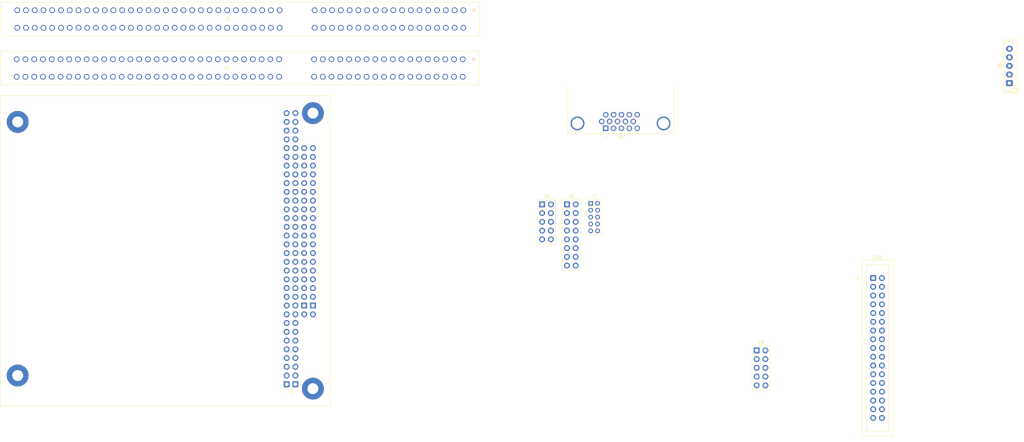
<source format=kicad_pcb>
(kicad_pcb (version 20221018) (generator pcbnew)
  (title_block (title "Keycomp 80386 to PC104"))
  (layers (0 "F.Cu" signal) (31 "B.Cu" signal) (34 "B.Paste" user) (35 "F.Paste" user) (36 "B.SilkS" user "B.Silkscreen") (37 "F.SilkS" user "F.Silkscreen") (38 "B.Mask" user) (39 "F.Mask" user) (44 "Edge.Cuts" user))
  (net 0 "")
  (net 3 "~{IOCHK}")
  (net 4 "SD7")
  (net 5 "SD6")
  (net 6 "SD5")
  (net 7 "SD4")
  (net 8 "SD3")
  (net 9 "SD2")
  (net 10 "SD1")
  (net 11 "SD0")
  (net 12 "IOCHRDY")
  (net 13 "AEN")
  (net 14 "SA19")
  (net 15 "SA18")
  (net 16 "SA17")
  (net 17 "SA16")
  (net 18 "SA15")
  (net 19 "SA14")
  (net 20 "SA13")
  (net 21 "SA12")
  (net 22 "SA11")
  (net 23 "SA10")
  (net 24 "SA9")
  (net 25 "SA8")
  (net 26 "SA7")
  (net 27 "SA6")
  (net 28 "SA5")
  (net 29 "SA4")
  (net 30 "SA3")
  (net 31 "SA2")
  (net 32 "SA1")
  (net 33 "SA0")
  (net 34 "GND")
  (net 35 "RESET")
  (net 36 "+5V")
  (net 37 "IRQ9")
  (net 38 "-5V")
  (net 39 "DRQ2")
  (net 40 "-12V")
  (net 41 "~{SRDY}")
  (net 42 "+12V")
  (net 43 "~{SMEMW}")
  (net 44 "~{SMEMR}")
  (net 45 "~{IOW}")
  (net 46 "~{IOR}")
  (net 47 "~{DACK3}")
  (net 48 "DRQ3")
  (net 49 "~{DACK1}")
  (net 50 "DRQ1")
  (net 51 "~{REFRESH}")
  (net 52 "BCLK")
  (net 53 "IRQ7")
  (net 54 "IRQ6")
  (net 55 "IRQ5")
  (net 56 "IRQ4")
  (net 57 "IRQ3")
  (net 58 "~{DACK2}")
  (net 59 "TC")
  (net 60 "BALE")
  (net 61 "OSC")
  (net 62 "~{SBHE}")
  (net 63 "LA23")
  (net 64 "LA22")
  (net 65 "LA21")
  (net 66 "LA20")
  (net 67 "LA19")
  (net 68 "LA18")
  (net 69 "LA17")
  (net 70 "~{MEMR}")
  (net 71 "~{MEMW}")
  (net 72 "SD8")
  (net 73 "SD9")
  (net 74 "SD10")
  (net 75 "SD11")
  (net 76 "SD12")
  (net 77 "SD13")
  (net 78 "SD14")
  (net 79 "SD15")
  (net 80 "~{MEMCS16}")
  (net 81 "~{IOC16}")
  (net 82 "IRQ10")
  (net 83 "IRQ11")
  (net 84 "IRQ12")
  (net 85 "IRQ15")
  (net 86 "IRQ14")
  (net 87 "~{DACK0}")
  (net 88 "DRQ0")
  (net 89 "~{DACK5}")
  (net 90 "DRQ5")
  (net 91 "~{DACK6}")
  (net 92 "DRQ6")
  (net 93 "~{DACK7}")
  (net 94 "DRQ7")
  (net 95 "~{MASTER}")
  (net 103 "/IO ports/VGA_RED")
  (net 104 "/IO ports/VGA_GREEN")
  (net 105 "/IO ports/VGA_BLUE")
  (net 110 "/IO ports/VGA_SDA")
  (net 111 "/IO ports/VGA_HSYNC")
  (net 112 "/IO ports/VGA_VSYNC")
  (net 113 "/IO ports/VGA_SCL")
  (net 122 "/IO ports/KB_CLK")
  (net 123 "/IO ports/KB_DATA")
  (net 129 "/IO ports/FDD_DENSEL")
  (net 132 "/IO ports/FDD_~{INDEX}")
  (net 133 "/IO ports/FDD_~{MTR0}")
  (net 134 "/IO ports/FDD_~{DS1}")
  (net 135 "/IO ports/FDD_~{DS0}")
  (net 136 "/IO ports/FDD_~{MTR1}")
  (net 137 "/IO ports/FDD_~{DIR}")
  (net 138 "/IO ports/FDD_~{STEP}")
  (net 139 "/IO ports/FDD_~{WDATA}")
  (net 140 "/IO ports/FDD_~{WGATE}")
  (net 141 "/IO ports/FDD_~{TRK00}")
  (net 142 "/IO ports/FDD_~{WRTPRT}")
  (net 143 "/IO ports/FDD_~{RDATA}")
  (net 144 "/IO ports/FDD_~{HDSEL}")
  (net 145 "/IO ports/FDD_~{DSKCHG}")
  (net 146 "/IO ports/RTC_BATTERY")
  (net 147 "/IO ports/MOUSE_CLK")
  (net 148 "/IO ports/MOUSE_DATA")
  (footprint "Connector_Dsub:DSUB-15-HD_Female_Horizontal_P2.29x1.98mm_EdgePinOffset8.35mm_Housed_MountingHolesOffset10.89mm" (layer "F.Cu") (at 276.65 91.909338 180)
    (fp_text reference "J4" (at -4.315 -2.58) (layer "F.SilkS"))
    (fp_text value "VGA")
    (pad "0" thru_hole circle (at -16.815 1.42 180) (size 4 4) (drill 3.2) (layers "*.Cu" "*.Mask") (net 34 "GND"))
    (pad "0" thru_hole circle (at 8.185 1.42 180) (size 4 4) (drill 3.2) (layers "*.Cu" "*.Mask") (net 34 "GND"))
    (pad "1" thru_hole rect (at 0 0 180) (size 1.6 1.6) (drill 1) (layers "*.Cu" "*.Mask") (net 103 "/IO ports/VGA_RED"))
    (pad "2" thru_hole circle (at -2.29 0 180) (size 1.6 1.6) (drill 1) (layers "*.Cu" "*.Mask") (net 104 "/IO ports/VGA_GREEN"))
    (pad "3" thru_hole circle (at -4.58 0 180) (size 1.6 1.6) (drill 1) (layers "*.Cu" "*.Mask") (net 105 "/IO ports/VGA_BLUE"))
    (pad "4" thru_hole circle (at -6.87 0 180) (size 1.6 1.6) (drill 1) (layers "*.Cu" "*.Mask"))
    (pad "5" thru_hole circle (at -9.16 0 180) (size 1.6 1.6) (drill 1) (layers "*.Cu" "*.Mask") (net 34 "GND"))
    (pad "6" thru_hole circle (at 1.145 1.98 180) (size 1.6 1.6) (drill 1) (layers "*.Cu" "*.Mask") (net 34 "GND"))
    (pad "7" thru_hole circle (at -1.145 1.98 180) (size 1.6 1.6) (drill 1) (layers "*.Cu" "*.Mask") (net 34 "GND"))
    (pad "8" thru_hole circle (at -3.435 1.98 180) (size 1.6 1.6) (drill 1) (layers "*.Cu" "*.Mask") (net 34 "GND"))
    (pad "9" thru_hole circle (at -5.725 1.98 180) (size 1.6 1.6) (drill 1) (layers "*.Cu" "*.Mask"))
    (pad "10" thru_hole circle (at -8.015 1.98 180) (size 1.6 1.6) (drill 1) (layers "*.Cu" "*.Mask") (net 34 "GND"))
    (pad "11" thru_hole circle (at 0 3.96 180) (size 1.6 1.6) (drill 1) (layers "*.Cu" "*.Mask"))
    (pad "12" thru_hole circle (at -2.29 3.96 180) (size 1.6 1.6) (drill 1) (layers "*.Cu" "*.Mask") (net 110 "/IO ports/VGA_SDA"))
    (pad "13" thru_hole circle (at -4.58 3.96 180) (size 1.6 1.6) (drill 1) (layers "*.Cu" "*.Mask") (net 111 "/IO ports/VGA_HSYNC"))
    (pad "14" thru_hole circle (at -6.87 3.96 180) (size 1.6 1.6) (drill 1) (layers "*.Cu" "*.Mask") (net 112 "/IO ports/VGA_VSYNC"))
    (pad "15" thru_hole circle (at -9.16 3.96 180) (size 1.6 1.6) (drill 1) (layers "*.Cu" "*.Mask") (net 113 "/IO ports/VGA_SCL"))
  )
  (footprint "Connector_JST:JST_EH_B5B-EH-A_1x05_P2.50mm_Vertical" (layer "F.Cu") (at 393.9 78.8 90)
    (fp_text reference "J8" (at 5 -2.8 90) (layer "F.SilkS"))
    (fp_text value "KEYBOARD")
    (pad "1" thru_hole roundrect (at 0 0 90) (size 1.7 1.95) (drill 0.95) (layers "*.Cu" "*.Mask") (roundrect_rratio 0.147059) (net 122 "/IO ports/KB_CLK"))
    (pad "2" thru_hole oval (at 2.5 0 90) (size 1.7 1.95) (drill 0.95) (layers "*.Cu" "*.Mask") (net 123 "/IO ports/KB_DATA"))
    (pad "3" thru_hole oval (at 5 0 90) (size 1.7 1.95) (drill 0.95) (layers "*.Cu" "*.Mask") (net 34 "GND"))
    (pad "4" thru_hole oval (at 7.5 0 90) (size 1.7 1.95) (drill 0.95) (layers "*.Cu" "*.Mask") (net 36 "+5V"))
    (pad "5" thru_hole oval (at 10 0 90) (size 1.7 1.95) (drill 0.95) (layers "*.Cu" "*.Mask"))
  )
  (footprint "Connector_PinHeader_2.54mm:PinHeader_2x08_P2.54mm_Vertical" (layer "F.Cu") (at 265.4 114)
    (fp_text reference "J5" (at 1.27 -2.33) (layer "F.SilkS"))
    (fp_text value "VGA_PCM")
    (pad "1" thru_hole rect (at 0 0) (size 1.7 1.7) (drill 1) (layers "*.Cu" "*.Mask") (net 103 "/IO ports/VGA_RED"))
    (pad "2" thru_hole oval (at 2.54 0) (size 1.7 1.7) (drill 1) (layers "*.Cu" "*.Mask"))
    (pad "3" thru_hole oval (at 0 2.54) (size 1.7 1.7) (drill 1) (layers "*.Cu" "*.Mask") (net 104 "/IO ports/VGA_GREEN"))
    (pad "4" thru_hole oval (at 2.54 2.54) (size 1.7 1.7) (drill 1) (layers "*.Cu" "*.Mask") (net 34 "GND"))
    (pad "5" thru_hole oval (at 0 5.08) (size 1.7 1.7) (drill 1) (layers "*.Cu" "*.Mask") (net 105 "/IO ports/VGA_BLUE"))
    (pad "6" thru_hole oval (at 2.54 5.08) (size 1.7 1.7) (drill 1) (layers "*.Cu" "*.Mask"))
    (pad "7" thru_hole oval (at 0 7.62) (size 1.7 1.7) (drill 1) (layers "*.Cu" "*.Mask"))
    (pad "8" thru_hole oval (at 2.54 7.62) (size 1.7 1.7) (drill 1) (layers "*.Cu" "*.Mask"))
    (pad "9" thru_hole oval (at 0 10.16) (size 1.7 1.7) (drill 1) (layers "*.Cu" "*.Mask") (net 34 "GND"))
    (pad "10" thru_hole oval (at 2.54 10.16) (size 1.7 1.7) (drill 1) (layers "*.Cu" "*.Mask") (net 111 "/IO ports/VGA_HSYNC"))
    (pad "11" thru_hole oval (at 0 12.7) (size 1.7 1.7) (drill 1) (layers "*.Cu" "*.Mask") (net 34 "GND"))
    (pad "12" thru_hole oval (at 2.54 12.7) (size 1.7 1.7) (drill 1) (layers "*.Cu" "*.Mask") (net 112 "/IO ports/VGA_VSYNC"))
    (pad "13" thru_hole oval (at 0 15.24) (size 1.7 1.7) (drill 1) (layers "*.Cu" "*.Mask") (net 34 "GND"))
    (pad "14" thru_hole oval (at 2.54 15.24) (size 1.7 1.7) (drill 1) (layers "*.Cu" "*.Mask"))
    (pad "15" thru_hole oval (at 0 17.78) (size 1.7 1.7) (drill 1) (layers "*.Cu" "*.Mask") (net 34 "GND"))
    (pad "16" thru_hole oval (at 2.54 17.78) (size 1.7 1.7) (drill 1) (layers "*.Cu" "*.Mask"))
  )
  (footprint "local:EBC49DCWN-S420" (layer "F.Cu") (at 105.601 76.941)
    (fp_text reference "J2" (at 60.96 -2.54) (layer "F.SilkS"))
    (fp_text value "Bus_ISA_16bit")
    (fp_text user "*" (at -1.27 0) (layer "F.SilkS"))
    (pad "1" thru_hole circle (at 0 0) (size 1.651 1.651) (drill 1.143) (layers "*.Cu" "*.Mask"))
    (pad "2" thru_hole circle (at 2.54 0) (size 1.651 1.651) (drill 1.143) (layers "*.Cu" "*.Mask") (net 35 "RESET"))
    (pad "3" thru_hole circle (at 5.08 0) (size 1.651 1.651) (drill 1.143) (layers "*.Cu" "*.Mask") (net 36 "+5V"))
    (pad "4" thru_hole circle (at 7.62 0) (size 1.651 1.651) (drill 1.143) (layers "*.Cu" "*.Mask") (net 37 "IRQ9"))
    (pad "5" thru_hole circle (at 10.16 0) (size 1.651 1.651) (drill 1.143) (layers "*.Cu" "*.Mask") (net 38 "-5V"))
    (pad "6" thru_hole circle (at 12.7 0) (size 1.651 1.651) (drill 1.143) (layers "*.Cu" "*.Mask") (net 39 "DRQ2"))
    (pad "7" thru_hole circle (at 15.24 0) (size 1.651 1.651) (drill 1.143) (layers "*.Cu" "*.Mask") (net 40 "-12V"))
    (pad "8" thru_hole circle (at 17.78 0) (size 1.651 1.651) (drill 1.143) (layers "*.Cu" "*.Mask"))
    (pad "9" thru_hole circle (at 20.32 0) (size 1.651 1.651) (drill 1.143) (layers "*.Cu" "*.Mask") (net 42 "+12V"))
    (pad "10" thru_hole circle (at 22.86 0) (size 1.651 1.651) (drill 1.143) (layers "*.Cu" "*.Mask"))
    (pad "11" thru_hole circle (at 25.4 0) (size 1.651 1.651) (drill 1.143) (layers "*.Cu" "*.Mask") (net 43 "~{SMEMW}"))
    (pad "12" thru_hole circle (at 27.94 0) (size 1.651 1.651) (drill 1.143) (layers "*.Cu" "*.Mask") (net 44 "~{SMEMR}"))
    (pad "13" thru_hole circle (at 30.48 0) (size 1.651 1.651) (drill 1.143) (layers "*.Cu" "*.Mask") (net 45 "~{IOW}"))
    (pad "14" thru_hole circle (at 33.02 0) (size 1.651 1.651) (drill 1.143) (layers "*.Cu" "*.Mask") (net 46 "~{IOR}"))
    (pad "15" thru_hole circle (at 35.56 0) (size 1.651 1.651) (drill 1.143) (layers "*.Cu" "*.Mask") (net 47 "~{DACK3}"))
    (pad "16" thru_hole circle (at 38.1 0) (size 1.651 1.651) (drill 1.143) (layers "*.Cu" "*.Mask") (net 48 "DRQ3"))
    (pad "17" thru_hole circle (at 40.64 0) (size 1.651 1.651) (drill 1.143) (layers "*.Cu" "*.Mask") (net 49 "~{DACK1}"))
    (pad "18" thru_hole circle (at 43.18 0) (size 1.651 1.651) (drill 1.143) (layers "*.Cu" "*.Mask") (net 50 "DRQ1"))
    (pad "19" thru_hole circle (at 45.72 0) (size 1.651 1.651) (drill 1.143) (layers "*.Cu" "*.Mask") (net 51 "~{REFRESH}"))
    (pad "20" thru_hole circle (at 48.26 0) (size 1.651 1.651) (drill 1.143) (layers "*.Cu" "*.Mask") (net 52 "BCLK"))
    (pad "21" thru_hole circle (at 50.8 0) (size 1.651 1.651) (drill 1.143) (layers "*.Cu" "*.Mask") (net 53 "IRQ7"))
    (pad "22" thru_hole circle (at 53.34 0) (size 1.651 1.651) (drill 1.143) (layers "*.Cu" "*.Mask") (net 54 "IRQ6"))
    (pad "23" thru_hole circle (at 55.88 0) (size 1.651 1.651) (drill 1.143) (layers "*.Cu" "*.Mask") (net 55 "IRQ5"))
    (pad "24" thru_hole circle (at 58.42 0) (size 1.651 1.651) (drill 1.143) (layers "*.Cu" "*.Mask") (net 56 "IRQ4"))
    (pad "25" thru_hole circle (at 60.96 0) (size 1.651 1.651) (drill 1.143) (layers "*.Cu" "*.Mask") (net 57 "IRQ3"))
    (pad "26" thru_hole circle (at 63.5 0) (size 1.651 1.651) (drill 1.143) (layers "*.Cu" "*.Mask") (net 58 "~{DACK2}"))
    (pad "27" thru_hole circle (at 66.04 0) (size 1.651 1.651) (drill 1.143) (layers "*.Cu" "*.Mask") (net 59 "TC"))
    (pad "28" thru_hole circle (at 68.58 0) (size 1.651 1.651) (drill 1.143) (layers "*.Cu" "*.Mask") (net 60 "BALE"))
    (pad "29" thru_hole circle (at 71.12 0) (size 1.651 1.651) (drill 1.143) (layers "*.Cu" "*.Mask") (net 36 "+5V"))
    (pad "30" thru_hole circle (at 73.66 0) (size 1.651 1.651) (drill 1.143) (layers "*.Cu" "*.Mask") (net 61 "OSC"))
    (pad "31" thru_hole circle (at 76.2 0) (size 1.651 1.651) (drill 1.143) (layers "*.Cu" "*.Mask") (net 34 "GND"))
    (pad "32" thru_hole circle (at 0 -5.08) (size 1.651 1.651) (drill 1.143) (layers "*.Cu" "*.Mask") (net 3 "~{IOCHK}"))
    (pad "33" thru_hole circle (at 2.54 -5.08) (size 1.651 1.651) (drill 1.143) (layers "*.Cu" "*.Mask") (net 4 "SD7"))
    (pad "34" thru_hole circle (at 5.08 -5.08) (size 1.651 1.651) (drill 1.143) (layers "*.Cu" "*.Mask") (net 5 "SD6"))
    (pad "35" thru_hole circle (at 7.62 -5.08) (size 1.651 1.651) (drill 1.143) (layers "*.Cu" "*.Mask") (net 6 "SD5"))
    (pad "36" thru_hole circle (at 10.16 -5.08) (size 1.651 1.651) (drill 1.143) (layers "*.Cu" "*.Mask") (net 7 "SD4"))
    (pad "37" thru_hole circle (at 12.7 -5.08) (size 1.651 1.651) (drill 1.143) (layers "*.Cu" "*.Mask") (net 8 "SD3"))
    (pad "38" thru_hole circle (at 15.24 -5.08) (size 1.651 1.651) (drill 1.143) (layers "*.Cu" "*.Mask") (net 9 "SD2"))
    (pad "39" thru_hole circle (at 17.78 -5.08) (size 1.651 1.651) (drill 1.143) (layers "*.Cu" "*.Mask") (net 10 "SD1"))
    (pad "40" thru_hole circle (at 20.32 -5.08) (size 1.651 1.651) (drill 1.143) (layers "*.Cu" "*.Mask") (net 11 "SD0"))
    (pad "41" thru_hole circle (at 22.86 -5.08) (size 1.651 1.651) (drill 1.143) (layers "*.Cu" "*.Mask") (net 12 "IOCHRDY"))
    (pad "42" thru_hole circle (at 25.4 -5.08) (size 1.651 1.651) (drill 1.143) (layers "*.Cu" "*.Mask") (net 13 "AEN"))
    (pad "43" thru_hole circle (at 27.94 -5.08) (size 1.651 1.651) (drill 1.143) (layers "*.Cu" "*.Mask") (net 14 "SA19"))
    (pad "44" thru_hole circle (at 30.48 -5.08) (size 1.651 1.651) (drill 1.143) (layers "*.Cu" "*.Mask") (net 15 "SA18"))
    (pad "45" thru_hole circle (at 33.02 -5.08) (size 1.651 1.651) (drill 1.143) (layers "*.Cu" "*.Mask") (net 16 "SA17"))
    (pad "46" thru_hole circle (at 35.56 -5.08) (size 1.651 1.651) (drill 1.143) (layers "*.Cu" "*.Mask") (net 17 "SA16"))
    (pad "47" thru_hole circle (at 38.1 -5.08) (size 1.651 1.651) (drill 1.143) (layers "*.Cu" "*.Mask") (net 18 "SA15"))
    (pad "48" thru_hole circle (at 40.64 -5.08) (size 1.651 1.651) (drill 1.143) (layers "*.Cu" "*.Mask") (net 19 "SA14"))
    (pad "49" thru_hole circle (at 43.18 -5.08) (size 1.651 1.651) (drill 1.143) (layers "*.Cu" "*.Mask") (net 20 "SA13"))
    (pad "50" thru_hole circle (at 45.72 -5.08) (size 1.651 1.651) (drill 1.143) (layers "*.Cu" "*.Mask") (net 21 "SA12"))
    (pad "51" thru_hole circle (at 48.26 -5.08) (size 1.651 1.651) (drill 1.143) (layers "*.Cu" "*.Mask") (net 22 "SA11"))
    (pad "52" thru_hole circle (at 50.8 -5.08) (size 1.651 1.651) (drill 1.143) (layers "*.Cu" "*.Mask") (net 23 "SA10"))
    (pad "53" thru_hole circle (at 53.34 -5.08) (size 1.651 1.651) (drill 1.143) (layers "*.Cu" "*.Mask") (net 24 "SA9"))
    (pad "54" thru_hole circle (at 55.88 -5.08) (size 1.651 1.651) (drill 1.143) (layers "*.Cu" "*.Mask") (net 25 "SA8"))
    (pad "55" thru_hole circle (at 58.42 -5.08) (size 1.651 1.651) (drill 1.143) (layers "*.Cu" "*.Mask") (net 26 "SA7"))
    (pad "56" thru_hole circle (at 60.96 -5.08) (size 1.651 1.651) (drill 1.143) (layers "*.Cu" "*.Mask") (net 27 "SA6"))
    (pad "57" thru_hole circle (at 63.5 -5.08) (size 1.651 1.651) (drill 1.143) (layers "*.Cu" "*.Mask") (net 28 "SA5"))
    (pad "58" thru_hole circle (at 66.04 -5.08) (size 1.651 1.651) (drill 1.143) (layers "*.Cu" "*.Mask") (net 29 "SA4"))
    (pad "59" thru_hole circle (at 68.58 -5.08) (size 1.651 1.651) (drill 1.143) (layers "*.Cu" "*.Mask") (net 30 "SA3"))
    (pad "60" thru_hole circle (at 71.12 -5.08) (size 1.651 1.651) (drill 1.143) (layers "*.Cu" "*.Mask") (net 31 "SA2"))
    (pad "61" thru_hole circle (at 73.66 -5.08) (size 1.651 1.651) (drill 1.143) (layers "*.Cu" "*.Mask") (net 32 "SA1"))
    (pad "62" thru_hole circle (at 76.2 -5.08) (size 1.651 1.651) (drill 1.143) (layers "*.Cu" "*.Mask") (net 33 "SA0"))
    (pad "63" thru_hole circle (at 86.36 0) (size 1.651 1.651) (drill 1.143) (layers "*.Cu" "*.Mask") (net 80 "~{MEMCS16}"))
    (pad "64" thru_hole circle (at 88.9 0) (size 1.651 1.651) (drill 1.143) (layers "*.Cu" "*.Mask") (net 81 "~{IOC16}"))
    (pad "65" thru_hole circle (at 91.44 0) (size 1.651 1.651) (drill 1.143) (layers "*.Cu" "*.Mask") (net 82 "IRQ10"))
    (pad "66" thru_hole circle (at 93.98 0) (size 1.651 1.651) (drill 1.143) (layers "*.Cu" "*.Mask") (net 83 "IRQ11"))
    (pad "67" thru_hole circle (at 96.52 0) (size 1.651 1.651) (drill 1.143) (layers "*.Cu" "*.Mask") (net 84 "IRQ12"))
    (pad "68" thru_hole circle (at 99.06 0) (size 1.651 1.651) (drill 1.143) (layers "*.Cu" "*.Mask") (net 85 "IRQ15"))
    (pad "69" thru_hole circle (at 101.6 0) (size 1.651 1.651) (drill 1.143) (layers "*.Cu" "*.Mask") (net 86 "IRQ14"))
    (pad "70" thru_hole circle (at 104.14 0) (size 1.651 1.651) (drill 1.143) (layers "*.Cu" "*.Mask") (net 87 "~{DACK0}"))
    (pad "71" thru_hole circle (at 106.68 0) (size 1.651 1.651) (drill 1.143) (layers "*.Cu" "*.Mask") (net 88 "DRQ0"))
    (pad "72" thru_hole circle (at 109.22 0) (size 1.651 1.651) (drill 1.143) (layers "*.Cu" "*.Mask") (net 89 "~{DACK5}"))
    (pad "73" thru_hole circle (at 111.76 0) (size 1.651 1.651) (drill 1.143) (layers "*.Cu" "*.Mask") (net 90 "DRQ5"))
    (pad "74" thru_hole circle (at 114.3 0) (size 1.651 1.651) (drill 1.143) (layers "*.Cu" "*.Mask") (net 91 "~{DACK6}"))
    (pad "75" thru_hole circle (at 116.84 0) (size 1.651 1.651) (drill 1.143) (layers "*.Cu" "*.Mask") (net 92 "DRQ6"))
    (pad "76" thru_hole circle (at 119.38 0) (size 1.651 1.651) (drill 1.143) (layers "*.Cu" "*.Mask") (net 93 "~{DACK7}"))
    (pad "77" thru_hole circle (at 121.92 0) (size 1.651 1.651) (drill 1.143) (layers "*.Cu" "*.Mask") (net 94 "DRQ7"))
    (pad "78" thru_hole circle (at 124.46 0) (size 1.651 1.651) (drill 1.143) (layers "*.Cu" "*.Mask") (net 36 "+5V"))
    (pad "79" thru_hole circle (at 127 0) (size 1.651 1.651) (drill 1.143) (layers "*.Cu" "*.Mask") (net 95 "~{MASTER}"))
    (pad "80" thru_hole circle (at 129.54 0) (size 1.651 1.651) (drill 1.143) (layers "*.Cu" "*.Mask"))
    (pad "81" thru_hole circle (at 86.36 -5.08) (size 1.651 1.651) (drill 1.143) (layers "*.Cu" "*.Mask") (net 62 "~{SBHE}"))
    (pad "82" thru_hole circle (at 88.9 -5.08) (size 1.651 1.651) (drill 1.143) (layers "*.Cu" "*.Mask") (net 63 "LA23"))
    (pad "83" thru_hole circle (at 91.44 -5.08) (size 1.651 1.651) (drill 1.143) (layers "*.Cu" "*.Mask") (net 64 "LA22"))
    (pad "84" thru_hole circle (at 93.98 -5.08) (size 1.651 1.651) (drill 1.143) (layers "*.Cu" "*.Mask") (net 65 "LA21"))
    (pad "85" thru_hole circle (at 96.52 -5.08) (size 1.651 1.651) (drill 1.143) (layers "*.Cu" "*.Mask") (net 66 "LA20"))
    (pad "86" thru_hole circle (at 99.06 -5.08) (size 1.651 1.651) (drill 1.143) (layers "*.Cu" "*.Mask") (net 67 "LA19"))
    (pad "87" thru_hole circle (at 101.6 -5.08) (size 1.651 1.651) (drill 1.143) (layers "*.Cu" "*.Mask") (net 68 "LA18"))
    (pad "88" thru_hole circle (at 104.14 -5.08) (size 1.651 1.651) (drill 1.143) (layers "*.Cu" "*.Mask") (net 69 "LA17"))
    (pad "89" thru_hole circle (at 106.68 -5.08) (size 1.651 1.651) (drill 1.143) (layers "*.Cu" "*.Mask") (net 70 "~{MEMR}"))
    (pad "90" thru_hole circle (at 109.22 -5.08) (size 1.651 1.651) (drill 1.143) (layers "*.Cu" "*.Mask") (net 71 "~{MEMW}"))
    (pad "91" thru_hole circle (at 111.76 -5.08) (size 1.651 1.651) (drill 1.143) (layers "*.Cu" "*.Mask") (net 72 "SD8"))
    (pad "92" thru_hole circle (at 114.3 -5.08) (size 1.651 1.651) (drill 1.143) (layers "*.Cu" "*.Mask") (net 73 "SD9"))
    (pad "93" thru_hole circle (at 116.84 -5.08) (size 1.651 1.651) (drill 1.143) (layers "*.Cu" "*.Mask") (net 74 "SD10"))
    (pad "94" thru_hole circle (at 119.38 -5.08) (size 1.651 1.651) (drill 1.143) (layers "*.Cu" "*.Mask") (net 75 "SD11"))
    (pad "95" thru_hole circle (at 121.92 -5.08) (size 1.651 1.651) (drill 1.143) (layers "*.Cu" "*.Mask") (net 76 "SD12"))
    (pad "96" thru_hole circle (at 124.46 -5.08) (size 1.651 1.651) (drill 1.143) (layers "*.Cu" "*.Mask") (net 77 "SD13"))
    (pad "97" thru_hole circle (at 127 -5.08) (size 1.651 1.651) (drill 1.143) (layers "*.Cu" "*.Mask") (net 78 "SD14"))
    (pad "98" thru_hole circle (at 129.54 -5.08) (size 1.651 1.651) (drill 1.143) (layers "*.Cu" "*.Mask") (net 79 "SD15"))
  )
  (footprint "local:EBC49DCWN-S420" (layer "F.Cu") (at 105.76 62.7)
    (fp_text reference "J3" (at 60.96 -2.54) (layer "F.SilkS"))
    (fp_text value "Bus_ISA_16bit")
    (fp_text user "*" (at -1.27 0) (layer "F.SilkS"))
    (pad "1" thru_hole circle (at 0 0) (size 1.651 1.651) (drill 1.143) (layers "*.Cu" "*.Mask"))
    (pad "2" thru_hole circle (at 2.54 0) (size 1.651 1.651) (drill 1.143) (layers "*.Cu" "*.Mask") (net 35 "RESET"))
    (pad "3" thru_hole circle (at 5.08 0) (size 1.651 1.651) (drill 1.143) (layers "*.Cu" "*.Mask") (net 36 "+5V"))
    (pad "4" thru_hole circle (at 7.62 0) (size 1.651 1.651) (drill 1.143) (layers "*.Cu" "*.Mask") (net 37 "IRQ9"))
    (pad "5" thru_hole circle (at 10.16 0) (size 1.651 1.651) (drill 1.143) (layers "*.Cu" "*.Mask") (net 38 "-5V"))
    (pad "6" thru_hole circle (at 12.7 0) (size 1.651 1.651) (drill 1.143) (layers "*.Cu" "*.Mask") (net 39 "DRQ2"))
    (pad "7" thru_hole circle (at 15.24 0) (size 1.651 1.651) (drill 1.143) (layers "*.Cu" "*.Mask") (net 40 "-12V"))
    (pad "8" thru_hole circle (at 17.78 0) (size 1.651 1.651) (drill 1.143) (layers "*.Cu" "*.Mask"))
    (pad "9" thru_hole circle (at 20.32 0) (size 1.651 1.651) (drill 1.143) (layers "*.Cu" "*.Mask") (net 42 "+12V"))
    (pad "10" thru_hole circle (at 22.86 0) (size 1.651 1.651) (drill 1.143) (layers "*.Cu" "*.Mask"))
    (pad "11" thru_hole circle (at 25.4 0) (size 1.651 1.651) (drill 1.143) (layers "*.Cu" "*.Mask") (net 43 "~{SMEMW}"))
    (pad "12" thru_hole circle (at 27.94 0) (size 1.651 1.651) (drill 1.143) (layers "*.Cu" "*.Mask") (net 44 "~{SMEMR}"))
    (pad "13" thru_hole circle (at 30.48 0) (size 1.651 1.651) (drill 1.143) (layers "*.Cu" "*.Mask") (net 45 "~{IOW}"))
    (pad "14" thru_hole circle (at 33.02 0) (size 1.651 1.651) (drill 1.143) (layers "*.Cu" "*.Mask") (net 46 "~{IOR}"))
    (pad "15" thru_hole circle (at 35.56 0) (size 1.651 1.651) (drill 1.143) (layers "*.Cu" "*.Mask") (net 47 "~{DACK3}"))
    (pad "16" thru_hole circle (at 38.1 0) (size 1.651 1.651) (drill 1.143) (layers "*.Cu" "*.Mask") (net 48 "DRQ3"))
    (pad "17" thru_hole circle (at 40.64 0) (size 1.651 1.651) (drill 1.143) (layers "*.Cu" "*.Mask") (net 49 "~{DACK1}"))
    (pad "18" thru_hole circle (at 43.18 0) (size 1.651 1.651) (drill 1.143) (layers "*.Cu" "*.Mask") (net 50 "DRQ1"))
    (pad "19" thru_hole circle (at 45.72 0) (size 1.651 1.651) (drill 1.143) (layers "*.Cu" "*.Mask") (net 51 "~{REFRESH}"))
    (pad "20" thru_hole circle (at 48.26 0) (size 1.651 1.651) (drill 1.143) (layers "*.Cu" "*.Mask") (net 52 "BCLK"))
    (pad "21" thru_hole circle (at 50.8 0) (size 1.651 1.651) (drill 1.143) (layers "*.Cu" "*.Mask") (net 53 "IRQ7"))
    (pad "22" thru_hole circle (at 53.34 0) (size 1.651 1.651) (drill 1.143) (layers "*.Cu" "*.Mask") (net 54 "IRQ6"))
    (pad "23" thru_hole circle (at 55.88 0) (size 1.651 1.651) (drill 1.143) (layers "*.Cu" "*.Mask") (net 55 "IRQ5"))
    (pad "24" thru_hole circle (at 58.42 0) (size 1.651 1.651) (drill 1.143) (layers "*.Cu" "*.Mask") (net 56 "IRQ4"))
    (pad "25" thru_hole circle (at 60.96 0) (size 1.651 1.651) (drill 1.143) (layers "*.Cu" "*.Mask") (net 57 "IRQ3"))
    (pad "26" thru_hole circle (at 63.5 0) (size 1.651 1.651) (drill 1.143) (layers "*.Cu" "*.Mask") (net 58 "~{DACK2}"))
    (pad "27" thru_hole circle (at 66.04 0) (size 1.651 1.651) (drill 1.143) (layers "*.Cu" "*.Mask") (net 59 "TC"))
    (pad "28" thru_hole circle (at 68.58 0) (size 1.651 1.651) (drill 1.143) (layers "*.Cu" "*.Mask") (net 60 "BALE"))
    (pad "29" thru_hole circle (at 71.12 0) (size 1.651 1.651) (drill 1.143) (layers "*.Cu" "*.Mask") (net 36 "+5V"))
    (pad "30" thru_hole circle (at 73.66 0) (size 1.651 1.651) (drill 1.143) (layers "*.Cu" "*.Mask") (net 61 "OSC"))
    (pad "31" thru_hole circle (at 76.2 0) (size 1.651 1.651) (drill 1.143) (layers "*.Cu" "*.Mask") (net 34 "GND"))
    (pad "32" thru_hole circle (at 0 -5.08) (size 1.651 1.651) (drill 1.143) (layers "*.Cu" "*.Mask") (net 3 "~{IOCHK}"))
    (pad "33" thru_hole circle (at 2.54 -5.08) (size 1.651 1.651) (drill 1.143) (layers "*.Cu" "*.Mask") (net 4 "SD7"))
    (pad "34" thru_hole circle (at 5.08 -5.08) (size 1.651 1.651) (drill 1.143) (layers "*.Cu" "*.Mask") (net 5 "SD6"))
    (pad "35" thru_hole circle (at 7.62 -5.08) (size 1.651 1.651) (drill 1.143) (layers "*.Cu" "*.Mask") (net 6 "SD5"))
    (pad "36" thru_hole circle (at 10.16 -5.08) (size 1.651 1.651) (drill 1.143) (layers "*.Cu" "*.Mask") (net 7 "SD4"))
    (pad "37" thru_hole circle (at 12.7 -5.08) (size 1.651 1.651) (drill 1.143) (layers "*.Cu" "*.Mask") (net 8 "SD3"))
    (pad "38" thru_hole circle (at 15.24 -5.08) (size 1.651 1.651) (drill 1.143) (layers "*.Cu" "*.Mask") (net 9 "SD2"))
    (pad "39" thru_hole circle (at 17.78 -5.08) (size 1.651 1.651) (drill 1.143) (layers "*.Cu" "*.Mask") (net 10 "SD1"))
    (pad "40" thru_hole circle (at 20.32 -5.08) (size 1.651 1.651) (drill 1.143) (layers "*.Cu" "*.Mask") (net 11 "SD0"))
    (pad "41" thru_hole circle (at 22.86 -5.08) (size 1.651 1.651) (drill 1.143) (layers "*.Cu" "*.Mask") (net 12 "IOCHRDY"))
    (pad "42" thru_hole circle (at 25.4 -5.08) (size 1.651 1.651) (drill 1.143) (layers "*.Cu" "*.Mask") (net 13 "AEN"))
    (pad "43" thru_hole circle (at 27.94 -5.08) (size 1.651 1.651) (drill 1.143) (layers "*.Cu" "*.Mask") (net 14 "SA19"))
    (pad "44" thru_hole circle (at 30.48 -5.08) (size 1.651 1.651) (drill 1.143) (layers "*.Cu" "*.Mask") (net 15 "SA18"))
    (pad "45" thru_hole circle (at 33.02 -5.08) (size 1.651 1.651) (drill 1.143) (layers "*.Cu" "*.Mask") (net 16 "SA17"))
    (pad "46" thru_hole circle (at 35.56 -5.08) (size 1.651 1.651) (drill 1.143) (layers "*.Cu" "*.Mask") (net 17 "SA16"))
    (pad "47" thru_hole circle (at 38.1 -5.08) (size 1.651 1.651) (drill 1.143) (layers "*.Cu" "*.Mask") (net 18 "SA15"))
    (pad "48" thru_hole circle (at 40.64 -5.08) (size 1.651 1.651) (drill 1.143) (layers "*.Cu" "*.Mask") (net 19 "SA14"))
    (pad "49" thru_hole circle (at 43.18 -5.08) (size 1.651 1.651) (drill 1.143) (layers "*.Cu" "*.Mask") (net 20 "SA13"))
    (pad "50" thru_hole circle (at 45.72 -5.08) (size 1.651 1.651) (drill 1.143) (layers "*.Cu" "*.Mask") (net 21 "SA12"))
    (pad "51" thru_hole circle (at 48.26 -5.08) (size 1.651 1.651) (drill 1.143) (layers "*.Cu" "*.Mask") (net 22 "SA11"))
    (pad "52" thru_hole circle (at 50.8 -5.08) (size 1.651 1.651) (drill 1.143) (layers "*.Cu" "*.Mask") (net 23 "SA10"))
    (pad "53" thru_hole circle (at 53.34 -5.08) (size 1.651 1.651) (drill 1.143) (layers "*.Cu" "*.Mask") (net 24 "SA9"))
    (pad "54" thru_hole circle (at 55.88 -5.08) (size 1.651 1.651) (drill 1.143) (layers "*.Cu" "*.Mask") (net 25 "SA8"))
    (pad "55" thru_hole circle (at 58.42 -5.08) (size 1.651 1.651) (drill 1.143) (layers "*.Cu" "*.Mask") (net 26 "SA7"))
    (pad "56" thru_hole circle (at 60.96 -5.08) (size 1.651 1.651) (drill 1.143) (layers "*.Cu" "*.Mask") (net 27 "SA6"))
    (pad "57" thru_hole circle (at 63.5 -5.08) (size 1.651 1.651) (drill 1.143) (layers "*.Cu" "*.Mask") (net 28 "SA5"))
    (pad "58" thru_hole circle (at 66.04 -5.08) (size 1.651 1.651) (drill 1.143) (layers "*.Cu" "*.Mask") (net 29 "SA4"))
    (pad "59" thru_hole circle (at 68.58 -5.08) (size 1.651 1.651) (drill 1.143) (layers "*.Cu" "*.Mask") (net 30 "SA3"))
    (pad "60" thru_hole circle (at 71.12 -5.08) (size 1.651 1.651) (drill 1.143) (layers "*.Cu" "*.Mask") (net 31 "SA2"))
    (pad "61" thru_hole circle (at 73.66 -5.08) (size 1.651 1.651) (drill 1.143) (layers "*.Cu" "*.Mask") (net 32 "SA1"))
    (pad "62" thru_hole circle (at 76.2 -5.08) (size 1.651 1.651) (drill 1.143) (layers "*.Cu" "*.Mask") (net 33 "SA0"))
    (pad "63" thru_hole circle (at 86.36 0) (size 1.651 1.651) (drill 1.143) (layers "*.Cu" "*.Mask") (net 80 "~{MEMCS16}"))
    (pad "64" thru_hole circle (at 88.9 0) (size 1.651 1.651) (drill 1.143) (layers "*.Cu" "*.Mask") (net 81 "~{IOC16}"))
    (pad "65" thru_hole circle (at 91.44 0) (size 1.651 1.651) (drill 1.143) (layers "*.Cu" "*.Mask") (net 82 "IRQ10"))
    (pad "66" thru_hole circle (at 93.98 0) (size 1.651 1.651) (drill 1.143) (layers "*.Cu" "*.Mask") (net 83 "IRQ11"))
    (pad "67" thru_hole circle (at 96.52 0) (size 1.651 1.651) (drill 1.143) (layers "*.Cu" "*.Mask") (net 84 "IRQ12"))
    (pad "68" thru_hole circle (at 99.06 0) (size 1.651 1.651) (drill 1.143) (layers "*.Cu" "*.Mask") (net 85 "IRQ15"))
    (pad "69" thru_hole circle (at 101.6 0) (size 1.651 1.651) (drill 1.143) (layers "*.Cu" "*.Mask") (net 86 "IRQ14"))
    (pad "70" thru_hole circle (at 104.14 0) (size 1.651 1.651) (drill 1.143) (layers "*.Cu" "*.Mask") (net 87 "~{DACK0}"))
    (pad "71" thru_hole circle (at 106.68 0) (size 1.651 1.651) (drill 1.143) (layers "*.Cu" "*.Mask") (net 88 "DRQ0"))
    (pad "72" thru_hole circle (at 109.22 0) (size 1.651 1.651) (drill 1.143) (layers "*.Cu" "*.Mask") (net 89 "~{DACK5}"))
    (pad "73" thru_hole circle (at 111.76 0) (size 1.651 1.651) (drill 1.143) (layers "*.Cu" "*.Mask") (net 90 "DRQ5"))
    (pad "74" thru_hole circle (at 114.3 0) (size 1.651 1.651) (drill 1.143) (layers "*.Cu" "*.Mask") (net 91 "~{DACK6}"))
    (pad "75" thru_hole circle (at 116.84 0) (size 1.651 1.651) (drill 1.143) (layers "*.Cu" "*.Mask") (net 92 "DRQ6"))
    (pad "76" thru_hole circle (at 119.38 0) (size 1.651 1.651) (drill 1.143) (layers "*.Cu" "*.Mask") (net 93 "~{DACK7}"))
    (pad "77" thru_hole circle (at 121.92 0) (size 1.651 1.651) (drill 1.143) (layers "*.Cu" "*.Mask") (net 94 "DRQ7"))
    (pad "78" thru_hole circle (at 124.46 0) (size 1.651 1.651) (drill 1.143) (layers "*.Cu" "*.Mask") (net 36 "+5V"))
    (pad "79" thru_hole circle (at 127 0) (size 1.651 1.651) (drill 1.143) (layers "*.Cu" "*.Mask") (net 95 "~{MASTER}"))
    (pad "80" thru_hole circle (at 129.54 0) (size 1.651 1.651) (drill 1.143) (layers "*.Cu" "*.Mask"))
    (pad "81" thru_hole circle (at 86.36 -5.08) (size 1.651 1.651) (drill 1.143) (layers "*.Cu" "*.Mask") (net 62 "~{SBHE}"))
    (pad "82" thru_hole circle (at 88.9 -5.08) (size 1.651 1.651) (drill 1.143) (layers "*.Cu" "*.Mask") (net 63 "LA23"))
    (pad "83" thru_hole circle (at 91.44 -5.08) (size 1.651 1.651) (drill 1.143) (layers "*.Cu" "*.Mask") (net 64 "LA22"))
    (pad "84" thru_hole circle (at 93.98 -5.08) (size 1.651 1.651) (drill 1.143) (layers "*.Cu" "*.Mask") (net 65 "LA21"))
    (pad "85" thru_hole circle (at 96.52 -5.08) (size 1.651 1.651) (drill 1.143) (layers "*.Cu" "*.Mask") (net 66 "LA20"))
    (pad "86" thru_hole circle (at 99.06 -5.08) (size 1.651 1.651) (drill 1.143) (layers "*.Cu" "*.Mask") (net 67 "LA19"))
    (pad "87" thru_hole circle (at 101.6 -5.08) (size 1.651 1.651) (drill 1.143) (layers "*.Cu" "*.Mask") (net 68 "LA18"))
    (pad "88" thru_hole circle (at 104.14 -5.08) (size 1.651 1.651) (drill 1.143) (layers "*.Cu" "*.Mask") (net 69 "LA17"))
    (pad "89" thru_hole circle (at 106.68 -5.08) (size 1.651 1.651) (drill 1.143) (layers "*.Cu" "*.Mask") (net 70 "~{MEMR}"))
    (pad "90" thru_hole circle (at 109.22 -5.08) (size 1.651 1.651) (drill 1.143) (layers "*.Cu" "*.Mask") (net 71 "~{MEMW}"))
    (pad "91" thru_hole circle (at 111.76 -5.08) (size 1.651 1.651) (drill 1.143) (layers "*.Cu" "*.Mask") (net 72 "SD8"))
    (pad "92" thru_hole circle (at 114.3 -5.08) (size 1.651 1.651) (drill 1.143) (layers "*.Cu" "*.Mask") (net 73 "SD9"))
    (pad "93" thru_hole circle (at 116.84 -5.08) (size 1.651 1.651) (drill 1.143) (layers "*.Cu" "*.Mask") (net 74 "SD10"))
    (pad "94" thru_hole circle (at 119.38 -5.08) (size 1.651 1.651) (drill 1.143) (layers "*.Cu" "*.Mask") (net 75 "SD11"))
    (pad "95" thru_hole circle (at 121.92 -5.08) (size 1.651 1.651) (drill 1.143) (layers "*.Cu" "*.Mask") (net 76 "SD12"))
    (pad "96" thru_hole circle (at 124.46 -5.08) (size 1.651 1.651) (drill 1.143) (layers "*.Cu" "*.Mask") (net 77 "SD13"))
    (pad "97" thru_hole circle (at 127 -5.08) (size 1.651 1.651) (drill 1.143) (layers "*.Cu" "*.Mask") (net 78 "SD14"))
    (pad "98" thru_hole circle (at 129.54 -5.08) (size 1.651 1.651) (drill 1.143) (layers "*.Cu" "*.Mask") (net 79 "SD15"))
  )
  (footprint "Connector_PinHeader_2.54mm:PinHeader_2x05_P2.54mm_Vertical" (layer "F.Cu") (at 320.5 156.4)
    (fp_text reference "J9" (at 1.27 -2.33) (layer "F.SilkS"))
    (fp_text value "X31_KONTRON")
    (pad "1" thru_hole rect (at 0 0) (size 1.7 1.7) (drill 1) (layers "*.Cu" "*.Mask"))
    (pad "2" thru_hole oval (at 2.54 0) (size 1.7 1.7) (drill 1) (layers "*.Cu" "*.Mask"))
    (pad "3" thru_hole oval (at 0 2.54) (size 1.7 1.7) (drill 1) (layers "*.Cu" "*.Mask"))
    (pad "4" thru_hole oval (at 2.54 2.54) (size 1.7 1.7) (drill 1) (layers "*.Cu" "*.Mask"))
    (pad "5" thru_hole oval (at 0 5.08) (size 1.7 1.7) (drill 1) (layers "*.Cu" "*.Mask") (net 123 "/IO ports/KB_DATA"))
    (pad "6" thru_hole oval (at 2.54 5.08) (size 1.7 1.7) (drill 1) (layers "*.Cu" "*.Mask") (net 122 "/IO ports/KB_CLK"))
    (pad "7" thru_hole oval (at 0 7.62) (size 1.7 1.7) (drill 1) (layers "*.Cu" "*.Mask") (net 34 "GND"))
    (pad "8" thru_hole oval (at 2.54 7.62) (size 1.7 1.7) (drill 1) (layers "*.Cu" "*.Mask") (net 146 "/IO ports/RTC_BATTERY"))
    (pad "9" thru_hole oval (at 0 10.16) (size 1.7 1.7) (drill 1) (layers "*.Cu" "*.Mask") (net 147 "/IO ports/MOUSE_CLK"))
    (pad "10" thru_hole oval (at 2.54 10.16) (size 1.7 1.7) (drill 1) (layers "*.Cu" "*.Mask") (net 148 "/IO ports/MOUSE_DATA"))
  )
  (footprint "Connector_IDC:IDC-Header_2x17_P2.54mm_Vertical" (layer "F.Cu") (at 354.335 135.4)
    (fp_text reference "J10" (at 1.27 -6.1) (layer "F.SilkS"))
    (fp_text value "FLOPPY")
    (pad "1" thru_hole roundrect (at 0 0) (size 1.7 1.7) (drill 1) (layers "*.Cu" "*.Mask") (roundrect_rratio 0.147059) (net 34 "GND"))
    (pad "2" thru_hole circle (at 2.54 0) (size 1.7 1.7) (drill 1) (layers "*.Cu" "*.Mask") (net 129 "/IO ports/FDD_DENSEL"))
    (pad "3" thru_hole circle (at 0 2.54) (size 1.7 1.7) (drill 1) (layers "*.Cu" "*.Mask") (net 34 "GND"))
    (pad "4" thru_hole circle (at 2.54 2.54) (size 1.7 1.7) (drill 1) (layers "*.Cu" "*.Mask"))
    (pad "5" thru_hole circle (at 0 5.08) (size 1.7 1.7) (drill 1) (layers "*.Cu" "*.Mask") (net 34 "GND"))
    (pad "6" thru_hole circle (at 2.54 5.08) (size 1.7 1.7) (drill 1) (layers "*.Cu" "*.Mask"))
    (pad "7" thru_hole circle (at 0 7.62) (size 1.7 1.7) (drill 1) (layers "*.Cu" "*.Mask") (net 34 "GND"))
    (pad "8" thru_hole circle (at 2.54 7.62) (size 1.7 1.7) (drill 1) (layers "*.Cu" "*.Mask") (net 132 "/IO ports/FDD_~{INDEX}"))
    (pad "9" thru_hole circle (at 0 10.16) (size 1.7 1.7) (drill 1) (layers "*.Cu" "*.Mask") (net 34 "GND"))
    (pad "10" thru_hole circle (at 2.54 10.16) (size 1.7 1.7) (drill 1) (layers "*.Cu" "*.Mask") (net 133 "/IO ports/FDD_~{MTR0}"))
    (pad "11" thru_hole circle (at 0 12.7) (size 1.7 1.7) (drill 1) (layers "*.Cu" "*.Mask") (net 34 "GND"))
    (pad "12" thru_hole circle (at 2.54 12.7) (size 1.7 1.7) (drill 1) (layers "*.Cu" "*.Mask") (net 134 "/IO ports/FDD_~{DS1}"))
    (pad "13" thru_hole circle (at 0 15.24) (size 1.7 1.7) (drill 1) (layers "*.Cu" "*.Mask") (net 34 "GND"))
    (pad "14" thru_hole circle (at 2.54 15.24) (size 1.7 1.7) (drill 1) (layers "*.Cu" "*.Mask") (net 135 "/IO ports/FDD_~{DS0}"))
    (pad "15" thru_hole circle (at 0 17.78) (size 1.7 1.7) (drill 1) (layers "*.Cu" "*.Mask") (net 34 "GND"))
    (pad "16" thru_hole circle (at 2.54 17.78) (size 1.7 1.7) (drill 1) (layers "*.Cu" "*.Mask") (net 136 "/IO ports/FDD_~{MTR1}"))
    (pad "17" thru_hole circle (at 0 20.32) (size 1.7 1.7) (drill 1) (layers "*.Cu" "*.Mask") (net 34 "GND"))
    (pad "18" thru_hole circle (at 2.54 20.32) (size 1.7 1.7) (drill 1) (layers "*.Cu" "*.Mask") (net 137 "/IO ports/FDD_~{DIR}"))
    (pad "19" thru_hole circle (at 0 22.86) (size 1.7 1.7) (drill 1) (layers "*.Cu" "*.Mask") (net 34 "GND"))
    (pad "20" thru_hole circle (at 2.54 22.86) (size 1.7 1.7) (drill 1) (layers "*.Cu" "*.Mask") (net 138 "/IO ports/FDD_~{STEP}"))
    (pad "21" thru_hole circle (at 0 25.4) (size 1.7 1.7) (drill 1) (layers "*.Cu" "*.Mask") (net 34 "GND"))
    (pad "22" thru_hole circle (at 2.54 25.4) (size 1.7 1.7) (drill 1) (layers "*.Cu" "*.Mask") (net 139 "/IO ports/FDD_~{WDATA}"))
    (pad "23" thru_hole circle (at 0 27.94) (size 1.7 1.7) (drill 1) (layers "*.Cu" "*.Mask") (net 34 "GND"))
    (pad "24" thru_hole circle (at 2.54 27.94) (size 1.7 1.7) (drill 1) (layers "*.Cu" "*.Mask") (net 140 "/IO ports/FDD_~{WGATE}"))
    (pad "25" thru_hole circle (at 0 30.48) (size 1.7 1.7) (drill 1) (layers "*.Cu" "*.Mask") (net 34 "GND"))
    (pad "26" thru_hole circle (at 2.54 30.48) (size 1.7 1.7) (drill 1) (layers "*.Cu" "*.Mask") (net 141 "/IO ports/FDD_~{TRK00}"))
    (pad "27" thru_hole circle (at 0 33.02) (size 1.7 1.7) (drill 1) (layers "*.Cu" "*.Mask") (net 34 "GND"))
    (pad "28" thru_hole circle (at 2.54 33.02) (size 1.7 1.7) (drill 1) (layers "*.Cu" "*.Mask") (net 142 "/IO ports/FDD_~{WRTPRT}"))
    (pad "29" thru_hole circle (at 0 35.56) (size 1.7 1.7) (drill 1) (layers "*.Cu" "*.Mask") (net 34 "GND"))
    (pad "30" thru_hole circle (at 2.54 35.56) (size 1.7 1.7) (drill 1) (layers "*.Cu" "*.Mask") (net 143 "/IO ports/FDD_~{RDATA}"))
    (pad "31" thru_hole circle (at 0 38.1) (size 1.7 1.7) (drill 1) (layers "*.Cu" "*.Mask") (net 34 "GND"))
    (pad "32" thru_hole circle (at 2.54 38.1) (size 1.7 1.7) (drill 1) (layers "*.Cu" "*.Mask") (net 144 "/IO ports/FDD_~{HDSEL}"))
    (pad "33" thru_hole circle (at 0 40.64) (size 1.7 1.7) (drill 1) (layers "*.Cu" "*.Mask") (net 34 "GND"))
    (pad "34" thru_hole circle (at 2.54 40.64) (size 1.7 1.7) (drill 1) (layers "*.Cu" "*.Mask") (net 145 "/IO ports/FDD_~{DSKCHG}"))
  )
  (footprint "Connector_PinHeader_2.54mm:PinHeader_2x05_P2.54mm_Vertical" (layer "F.Cu") (at 258.2 114)
    (fp_text reference "J6" (at 1.27 -2.33) (layer "F.SilkS"))
    (fp_text value "X10_KONTRON")
    (pad "1" thru_hole rect (at 0 0) (size 1.7 1.7) (drill 1) (layers "*.Cu" "*.Mask") (net 34 "GND"))
    (pad "2" thru_hole oval (at 2.54 0) (size 1.7 1.7) (drill 1) (layers "*.Cu" "*.Mask") (net 103 "/IO ports/VGA_RED"))
    (pad "3" thru_hole oval (at 0 2.54) (size 1.7 1.7) (drill 1) (layers "*.Cu" "*.Mask"))
    (pad "4" thru_hole oval (at 2.54 2.54) (size 1.7 1.7) (drill 1) (layers "*.Cu" "*.Mask") (net 104 "/IO ports/VGA_GREEN"))
    (pad "5" thru_hole oval (at 0 5.08) (size 1.7 1.7) (drill 1) (layers "*.Cu" "*.Mask"))
    (pad "6" thru_hole oval (at 2.54 5.08) (size 1.7 1.7) (drill 1) (layers "*.Cu" "*.Mask") (net 105 "/IO ports/VGA_BLUE"))
    (pad "7" thru_hole oval (at 0 7.62) (size 1.7 1.7) (drill 1) (layers "*.Cu" "*.Mask") (net 110 "/IO ports/VGA_SDA"))
    (pad "8" thru_hole oval (at 2.54 7.62) (size 1.7 1.7) (drill 1) (layers "*.Cu" "*.Mask") (net 111 "/IO ports/VGA_HSYNC"))
    (pad "9" thru_hole oval (at 0 10.16) (size 1.7 1.7) (drill 1) (layers "*.Cu" "*.Mask") (net 112 "/IO ports/VGA_VSYNC"))
    (pad "10" thru_hole oval (at 2.54 10.16) (size 1.7 1.7) (drill 1) (layers "*.Cu" "*.Mask") (net 113 "/IO ports/VGA_SCL"))
  )
  (footprint "Connector_PinHeader_2.00mm:PinHeader_2x05_P2.00mm_Vertical" (layer "F.Cu") (at 272.3 113.7)
    (fp_text reference "J7" (at 1 -2.06) (layer "F.SilkS"))
    (fp_text value "VGA_VORTEX")
    (pad "1" thru_hole rect (at 0 0) (size 1.35 1.35) (drill 0.8) (layers "*.Cu" "*.Mask") (net 103 "/IO ports/VGA_RED"))
    (pad "2" thru_hole oval (at 2 0) (size 1.35 1.35) (drill 0.8) (layers "*.Cu" "*.Mask") (net 34 "GND"))
    (pad "3" thru_hole oval (at 0 2) (size 1.35 1.35) (drill 0.8) (layers "*.Cu" "*.Mask") (net 104 "/IO ports/VGA_GREEN"))
    (pad "4" thru_hole oval (at 2 2) (size 1.35 1.35) (drill 0.8) (layers "*.Cu" "*.Mask") (net 34 "GND"))
    (pad "5" thru_hole oval (at 0 4) (size 1.35 1.35) (drill 0.8) (layers "*.Cu" "*.Mask") (net 105 "/IO ports/VGA_BLUE"))
    (pad "6" thru_hole oval (at 2 4) (size 1.35 1.35) (drill 0.8) (layers "*.Cu" "*.Mask") (net 34 "GND"))
    (pad "7" thru_hole oval (at 0 6) (size 1.35 1.35) (drill 0.8) (layers "*.Cu" "*.Mask") (net 111 "/IO ports/VGA_HSYNC"))
    (pad "8" thru_hole oval (at 2 6) (size 1.35 1.35) (drill 0.8) (layers "*.Cu" "*.Mask") (net 34 "GND"))
    (pad "9" thru_hole oval (at 0 8) (size 1.35 1.35) (drill 0.8) (layers "*.Cu" "*.Mask") (net 112 "/IO ports/VGA_VSYNC"))
    (pad "10" thru_hole oval (at 2 8) (size 1.35 1.35) (drill 0.8) (layers "*.Cu" "*.Mask") (net 34 "GND"))
  )
  (footprint "local:PC104_16bit" (layer "F.Cu") (at 196.7 172.6)
    (fp_text reference "J1" (at -11.43 -4.02 180) (layer "F.SilkS"))
    (fp_text value "Bus_PC104_16bit")
    (pad "" thru_hole circle (at -90.81 -82.55) (size 6.35 6.35) (drill 3.18) (layers "*.Cu" "*.Mask"))
    (pad "" thru_hole circle (at -90.81 -8.89) (size 6.35 6.35) (drill 3.18) (layers "*.Cu" "*.Mask"))
    (pad "" thru_hole circle (at -5.08 -85.09) (size 6.35 6.35) (drill 3.18) (layers "*.Cu" "*.Mask"))
    (pad "" thru_hole circle (at -5.08 -5.08) (size 6.35 6.35) (drill 3.18) (layers "*.Cu" "*.Mask"))
    (pad "A1" thru_hole rect (at -10.16 -6.35 180) (size 1.7 1.7) (drill 1) (layers "*.Cu" "*.Mask") (net 3 "~{IOCHK}"))
    (pad "A2" thru_hole oval (at -10.16 -8.89 180) (size 1.7 1.7) (drill 1) (layers "*.Cu" "*.Mask") (net 4 "SD7"))
    (pad "A3" thru_hole oval (at -10.16 -11.43 180) (size 1.7 1.7) (drill 1) (layers "*.Cu" "*.Mask") (net 5 "SD6"))
    (pad "A4" thru_hole oval (at -10.16 -13.97 180) (size 1.7 1.7) (drill 1) (layers "*.Cu" "*.Mask") (net 6 "SD5"))
    (pad "A5" thru_hole oval (at -10.16 -16.51 180) (size 1.7 1.7) (drill 1) (layers "*.Cu" "*.Mask") (net 7 "SD4"))
    (pad "A6" thru_hole oval (at -10.16 -19.05 180) (size 1.7 1.7) (drill 1) (layers "*.Cu" "*.Mask") (net 8 "SD3"))
    (pad "A7" thru_hole oval (at -10.16 -21.59 180) (size 1.7 1.7) (drill 1) (layers "*.Cu" "*.Mask") (net 9 "SD2"))
    (pad "A8" thru_hole oval (at -10.16 -24.13 180) (size 1.7 1.7) (drill 1) (layers "*.Cu" "*.Mask") (net 10 "SD1"))
    (pad "A9" thru_hole oval (at -10.16 -26.67 180) (size 1.7 1.7) (drill 1) (layers "*.Cu" "*.Mask") (net 11 "SD0"))
    (pad "A10" thru_hole oval (at -10.16 -29.21 180) (size 1.7 1.7) (drill 1) (layers "*.Cu" "*.Mask") (net 12 "IOCHRDY"))
    (pad "A11" thru_hole oval (at -10.16 -31.75 180) (size 1.7 1.7) (drill 1) (layers "*.Cu" "*.Mask") (net 13 "AEN"))
    (pad "A12" thru_hole oval (at -10.16 -34.29 180) (size 1.7 1.7) (drill 1) (layers "*.Cu" "*.Mask") (net 14 "SA19"))
    (pad "A13" thru_hole oval (at -10.16 -36.83 180) (size 1.7 1.7) (drill 1) (layers "*.Cu" "*.Mask") (net 15 "SA18"))
    (pad "A14" thru_hole oval (at -10.16 -39.37 180) (size 1.7 1.7) (drill 1) (layers "*.Cu" "*.Mask") (net 16 "SA17"))
    (pad "A15" thru_hole oval (at -10.16 -41.91 180) (size 1.7 1.7) (drill 1) (layers "*.Cu" "*.Mask") (net 17 "SA16"))
    (pad "A16" thru_hole oval (at -10.16 -44.45 180) (size 1.7 1.7) (drill 1) (layers "*.Cu" "*.Mask") (net 18 "SA15"))
    (pad "A17" thru_hole oval (at -10.16 -46.99 180) (size 1.7 1.7) (drill 1) (layers "*.Cu" "*.Mask") (net 19 "SA14"))
    (pad "A18" thru_hole oval (at -10.16 -49.53 180) (size 1.7 1.7) (drill 1) (layers "*.Cu" "*.Mask") (net 20 "SA13"))
    (pad "A19" thru_hole oval (at -10.16 -52.07 180) (size 1.7 1.7) (drill 1) (layers "*.Cu" "*.Mask") (net 21 "SA12"))
    (pad "A20" thru_hole oval (at -10.16 -54.61 180) (size 1.7 1.7) (drill 1) (layers "*.Cu" "*.Mask") (net 22 "SA11"))
    (pad "A21" thru_hole oval (at -10.16 -57.15 180) (size 1.7 1.7) (drill 1) (layers "*.Cu" "*.Mask") (net 23 "SA10"))
    (pad "A22" thru_hole oval (at -10.16 -59.69 180) (size 1.7 1.7) (drill 1) (layers "*.Cu" "*.Mask") (net 24 "SA9"))
    (pad "A23" thru_hole oval (at -10.16 -62.23 180) (size 1.7 1.7) (drill 1) (layers "*.Cu" "*.Mask") (net 25 "SA8"))
    (pad "A24" thru_hole oval (at -10.16 -64.77 180) (size 1.7 1.7) (drill 1) (layers "*.Cu" "*.Mask") (net 26 "SA7"))
    (pad "A25" thru_hole oval (at -10.16 -67.31 180) (size 1.7 1.7) (drill 1) (layers "*.Cu" "*.Mask") (net 27 "SA6"))
    (pad "A26" thru_hole oval (at -10.16 -69.85 180) (size 1.7 1.7) (drill 1) (layers "*.Cu" "*.Mask") (net 28 "SA5"))
    (pad "A27" thru_hole oval (at -10.16 -72.39 180) (size 1.7 1.7) (drill 1) (layers "*.Cu" "*.Mask") (net 29 "SA4"))
    (pad "A28" thru_hole oval (at -10.16 -74.93 180) (size 1.7 1.7) (drill 1) (layers "*.Cu" "*.Mask") (net 30 "SA3"))
    (pad "A29" thru_hole oval (at -10.16 -77.47 180) (size 1.7 1.7) (drill 1) (layers "*.Cu" "*.Mask") (net 31 "SA2"))
    (pad "A30" thru_hole oval (at -10.16 -80.01 180) (size 1.7 1.7) (drill 1) (layers "*.Cu" "*.Mask") (net 32 "SA1"))
    (pad "A31" thru_hole oval (at -10.16 -82.55 180) (size 1.7 1.7) (drill 1) (layers "*.Cu" "*.Mask") (net 33 "SA0"))
    (pad "A32" thru_hole oval (at -10.16 -85.09 180) (size 1.7 1.7) (drill 1) (layers "*.Cu" "*.Mask") (net 34 "GND"))
    (pad "B1" thru_hole rect (at -12.7 -6.35 180) (size 1.7 1.7) (drill 1) (layers "*.Cu" "*.Mask") (net 34 "GND"))
    (pad "B2" thru_hole oval (at -12.7 -8.89 180) (size 1.7 1.7) (drill 1) (layers "*.Cu" "*.Mask") (net 35 "RESET"))
    (pad "B3" thru_hole oval (at -12.7 -11.43 180) (size 1.7 1.7) (drill 1) (layers "*.Cu" "*.Mask") (net 36 "+5V"))
    (pad "B4" thru_hole oval (at -12.7 -13.97 180) (size 1.7 1.7) (drill 1) (layers "*.Cu" "*.Mask") (net 37 "IRQ9"))
    (pad "B5" thru_hole oval (at -12.7 -16.51 180) (size 1.7 1.7) (drill 1) (layers "*.Cu" "*.Mask") (net 38 "-5V"))
    (pad "B6" thru_hole oval (at -12.7 -19.05 180) (size 1.7 1.7) (drill 1) (layers "*.Cu" "*.Mask") (net 39 "DRQ2"))
    (pad "B7" thru_hole oval (at -12.7 -21.59 180) (size 1.7 1.7) (drill 1) (layers "*.Cu" "*.Mask") (net 40 "-12V"))
    (pad "B8" thru_hole oval (at -12.7 -24.13 180) (size 1.7 1.7) (drill 1) (layers "*.Cu" "*.Mask") (net 41 "~{SRDY}"))
    (pad "B9" thru_hole oval (at -12.7 -26.67 180) (size 1.7 1.7) (drill 1) (layers "*.Cu" "*.Mask") (net 42 "+12V"))
    (pad "B10" thru_hole oval (at -12.7 -29.21 180) (size 1.7 1.7) (drill 1) (layers "*.Cu" "*.Mask"))
    (pad "B11" thru_hole oval (at -12.7 -31.75 180) (size 1.7 1.7) (drill 1) (layers "*.Cu" "*.Mask") (net 43 "~{SMEMW}"))
    (pad "B12" thru_hole oval (at -12.7 -34.29 180) (size 1.7 1.7) (drill 1) (layers "*.Cu" "*.Mask") (net 44 "~{SMEMR}"))
    (pad "B13" thru_hole oval (at -12.7 -36.83 180) (size 1.7 1.7) (drill 1) (layers "*.Cu" "*.Mask") (net 45 "~{IOW}"))
    (pad "B14" thru_hole oval (at -12.7 -39.37 180) (size 1.7 1.7) (drill 1) (layers "*.Cu" "*.Mask") (net 46 "~{IOR}"))
    (pad "B15" thru_hole oval (at -12.7 -41.91 180) (size 1.7 1.7) (drill 1) (layers "*.Cu" "*.Mask") (net 47 "~{DACK3}"))
    (pad "B16" thru_hole oval (at -12.7 -44.45 180) (size 1.7 1.7) (drill 1) (layers "*.Cu" "*.Mask") (net 48 "DRQ3"))
    (pad "B17" thru_hole oval (at -12.7 -46.99 180) (size 1.7 1.7) (drill 1) (layers "*.Cu" "*.Mask") (net 49 "~{DACK1}"))
    (pad "B18" thru_hole oval (at -12.7 -49.53 180) (size 1.7 1.7) (drill 1) (layers "*.Cu" "*.Mask") (net 50 "DRQ1"))
    (pad "B19" thru_hole oval (at -12.7 -52.07 180) (size 1.7 1.7) (drill 1) (layers "*.Cu" "*.Mask") (net 51 "~{REFRESH}"))
    (pad "B20" thru_hole oval (at -12.7 -54.61 180) (size 1.7 1.7) (drill 1) (layers "*.Cu" "*.Mask") (net 52 "BCLK"))
    (pad "B21" thru_hole oval (at -12.7 -57.15 180) (size 1.7 1.7) (drill 1) (layers "*.Cu" "*.Mask") (net 53 "IRQ7"))
    (pad "B22" thru_hole oval (at -12.7 -59.69 180) (size 1.7 1.7) (drill 1) (layers "*.Cu" "*.Mask") (net 54 "IRQ6"))
    (pad "B23" thru_hole oval (at -12.7 -62.23 180) (size 1.7 1.7) (drill 1) (layers "*.Cu" "*.Mask") (net 55 "IRQ5"))
    (pad "B24" thru_hole oval (at -12.7 -64.77 180) (size 1.7 1.7) (drill 1) (layers "*.Cu" "*.Mask") (net 56 "IRQ4"))
    (pad "B25" thru_hole oval (at -12.7 -67.31 180) (size 1.7 1.7) (drill 1) (layers "*.Cu" "*.Mask") (net 57 "IRQ3"))
    (pad "B26" thru_hole oval (at -12.7 -69.85 180) (size 1.7 1.7) (drill 1) (layers "*.Cu" "*.Mask") (net 58 "~{DACK2}"))
    (pad "B27" thru_hole oval (at -12.7 -72.39 180) (size 1.7 1.7) (drill 1) (layers "*.Cu" "*.Mask") (net 59 "TC"))
    (pad "B28" thru_hole oval (at -12.7 -74.93 180) (size 1.7 1.7) (drill 1) (layers "*.Cu" "*.Mask") (net 60 "BALE"))
    (pad "B29" thru_hole oval (at -12.7 -77.47 180) (size 1.7 1.7) (drill 1) (layers "*.Cu" "*.Mask") (net 36 "+5V"))
    (pad "B30" thru_hole oval (at -12.7 -80.01 180) (size 1.7 1.7) (drill 1) (layers "*.Cu" "*.Mask") (net 61 "OSC"))
    (pad "B31" thru_hole oval (at -12.7 -82.55 180) (size 1.7 1.7) (drill 1) (layers "*.Cu" "*.Mask") (net 34 "GND"))
    (pad "B32" thru_hole oval (at -12.7 -85.09 180) (size 1.7 1.7) (drill 1) (layers "*.Cu" "*.Mask") (net 34 "GND"))
    (pad "C0" thru_hole oval (at -7.62 -26.67 180) (size 1.7 1.7) (drill 1) (layers "*.Cu" "*.Mask") (net 34 "GND"))
    (pad "C1" thru_hole rect (at -7.62 -29.21 180) (size 1.7 1.7) (drill 1) (layers "*.Cu" "*.Mask") (net 62 "~{SBHE}"))
    (pad "C2" thru_hole oval (at -7.62 -31.75 180) (size 1.7 1.7) (drill 1) (layers "*.Cu" "*.Mask") (net 63 "LA23"))
    (pad "C3" thru_hole oval (at -7.62 -34.29 180) (size 1.7 1.7) (drill 1) (layers "*.Cu" "*.Mask") (net 64 "LA22"))
    (pad "C4" thru_hole oval (at -7.62 -36.83 180) (size 1.7 1.7) (drill 1) (layers "*.Cu" "*.Mask") (net 65 "LA21"))
    (pad "C5" thru_hole oval (at -7.62 -39.37 180) (size 1.7 1.7) (drill 1) (layers "*.Cu" "*.Mask") (net 66 "LA20"))
    (pad "C6" thru_hole oval (at -7.62 -41.91 180) (size 1.7 1.7) (drill 1) (layers "*.Cu" "*.Mask") (net 67 "LA19"))
    (pad "C7" thru_hole oval (at -7.62 -44.45 180) (size 1.7 1.7) (drill 1) (layers "*.Cu" "*.Mask") (net 68 "LA18"))
    (pad "C8" thru_hole oval (at -7.62 -46.99 180) (size 1.7 1.7) (drill 1) (layers "*.Cu" "*.Mask") (net 69 "LA17"))
    (pad "C9" thru_hole oval (at -7.62 -49.53 180) (size 1.7 1.7) (drill 1) (layers "*.Cu" "*.Mask") (net 70 "~{MEMR}"))
    (pad "C10" thru_hole oval (at -7.62 -52.07 180) (size 1.7 1.7) (drill 1) (layers "*.Cu" "*.Mask") (net 71 "~{MEMW}"))
    (pad "C11" thru_hole oval (at -7.62 -54.61 180) (size 1.7 1.7) (drill 1) (layers "*.Cu" "*.Mask") (net 72 "SD8"))
    (pad "C12" thru_hole oval (at -7.62 -57.15 180) (size 1.7 1.7) (drill 1) (layers "*.Cu" "*.Mask") (net 73 "SD9"))
    (pad "C13" thru_hole oval (at -7.62 -59.69 180) (size 1.7 1.7) (drill 1) (layers "*.Cu" "*.Mask") (net 74 "SD10"))
    (pad "C14" thru_hole oval (at -7.62 -62.23 180) (size 1.7 1.7) (drill 1) (layers "*.Cu" "*.Mask") (net 75 "SD11"))
    (pad "C15" thru_hole oval (at -7.62 -64.77 180) (size 1.7 1.7) (drill 1) (layers "*.Cu" "*.Mask") (net 76 "SD12"))
    (pad "C16" thru_hole oval (at -7.62 -67.31 180) (size 1.7 1.7) (drill 1) (layers "*.Cu" "*.Mask") (net 77 "SD13"))
    (pad "C17" thru_hole oval (at -7.62 -69.85 180) (size 1.7 1.7) (drill 1) (layers "*.Cu" "*.Mask") (net 78 "SD14"))
    (pad "C18" thru_hole oval (at -7.62 -72.39 180) (size 1.7 1.7) (drill 1) (layers "*.Cu" "*.Mask") (net 79 "SD15"))
    (pad "C19" thru_hole oval (at -7.62 -74.93 180) (size 1.7 1.7) (drill 1) (layers "*.Cu" "*.Mask"))
    (pad "D0" thru_hole oval (at -5.08 -26.67 180) (size 1.7 1.7) (drill 1) (layers "*.Cu" "*.Mask") (net 34 "GND"))
    (pad "D1" thru_hole rect (at -5.08 -29.21 180) (size 1.7 1.7) (drill 1) (layers "*.Cu" "*.Mask") (net 80 "~{MEMCS16}"))
    (pad "D2" thru_hole oval (at -5.08 -31.75 180) (size 1.7 1.7) (drill 1) (layers "*.Cu" "*.Mask") (net 81 "~{IOC16}"))
    (pad "D3" thru_hole oval (at -5.08 -34.29 180) (size 1.7 1.7) (drill 1) (layers "*.Cu" "*.Mask") (net 82 "IRQ10"))
    (pad "D4" thru_hole oval (at -5.08 -36.83 180) (size 1.7 1.7) (drill 1) (layers "*.Cu" "*.Mask") (net 83 "IRQ11"))
    (pad "D5" thru_hole oval (at -5.08 -39.37 180) (size 1.7 1.7) (drill 1) (layers "*.Cu" "*.Mask") (net 84 "IRQ12"))
    (pad "D6" thru_hole oval (at -5.08 -41.91 180) (size 1.7 1.7) (drill 1) (layers "*.Cu" "*.Mask") (net 85 "IRQ15"))
    (pad "D7" thru_hole oval (at -5.08 -44.45 180) (size 1.7 1.7) (drill 1) (layers "*.Cu" "*.Mask") (net 86 "IRQ14"))
    (pad "D8" thru_hole oval (at -5.08 -46.99 180) (size 1.7 1.7) (drill 1) (layers "*.Cu" "*.Mask") (net 87 "~{DACK0}"))
    (pad "D9" thru_hole oval (at -5.08 -49.53 180) (size 1.7 1.7) (drill 1) (layers "*.Cu" "*.Mask") (net 88 "DRQ0"))
    (pad "D10" thru_hole oval (at -5.08 -52.07 180) (size 1.7 1.7) (drill 1) (layers "*.Cu" "*.Mask") (net 89 "~{DACK5}"))
    (pad "D11" thru_hole oval (at -5.08 -54.61 180) (size 1.7 1.7) (drill 1) (layers "*.Cu" "*.Mask") (net 90 "DRQ5"))
    (pad "D12" thru_hole oval (at -5.08 -57.15 180) (size 1.7 1.7) (drill 1) (layers "*.Cu" "*.Mask") (net 91 "~{DACK6}"))
    (pad "D13" thru_hole oval (at -5.08 -59.69 180) (size 1.7 1.7) (drill 1) (layers "*.Cu" "*.Mask") (net 92 "DRQ6"))
    (pad "D14" thru_hole oval (at -5.08 -62.23 180) (size 1.7 1.7) (drill 1) (layers "*.Cu" "*.Mask") (net 93 "~{DACK7}"))
    (pad "D15" thru_hole oval (at -5.08 -64.77 180) (size 1.7 1.7) (drill 1) (layers "*.Cu" "*.Mask") (net 94 "DRQ7"))
    (pad "D16" thru_hole oval (at -5.08 -67.31 180) (size 1.7 1.7) (drill 1) (layers "*.Cu" "*.Mask") (net 36 "+5V"))
    (pad "D17" thru_hole oval (at -5.08 -69.85 180) (size 1.7 1.7) (drill 1) (layers "*.Cu" "*.Mask") (net 95 "~{MASTER}"))
    (pad "D18" thru_hole oval (at -5.08 -72.39 180) (size 1.7 1.7) (drill 1) (layers "*.Cu" "*.Mask") (net 34 "GND"))
    (pad "D19" thru_hole oval (at -5.08 -74.93 180) (size 1.7 1.7) (drill 1) (layers "*.Cu" "*.Mask") (net 34 "GND"))
  )
)
</source>
